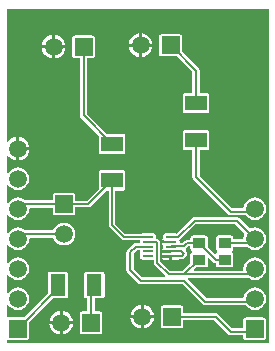
<source format=gtl>
G04 Layer_Physical_Order=1*
G04 Layer_Color=255*
%FSAX43Y43*%
%MOMM*%
G71*
G01*
G75*
%ADD10R,1.050X0.900*%
%ADD11R,1.300X1.850*%
%ADD12R,0.950X0.200*%
%ADD13R,1.850X1.300*%
%ADD14C,0.152*%
%ADD15C,0.203*%
%ADD16R,1.500X1.500*%
%ADD17C,1.500*%
%ADD18R,1.500X1.500*%
G36*
X0063707Y0085641D02*
Y0085441D01*
X0063723Y0085362D01*
X0063736Y0085341D01*
X0063723Y0085320D01*
X0063707Y0085241D01*
Y0085041D01*
X0063723Y0084962D01*
X0063768Y0084895D01*
X0063835Y0084850D01*
X0063914Y0084834D01*
X0064859D01*
Y0084590D01*
X0064859Y0084590D01*
X0064880Y0084481D01*
X0064942Y0084388D01*
X0065834Y0083496D01*
X0065782Y0083369D01*
X0063883D01*
X0063176Y0084076D01*
Y0085379D01*
X0063453Y0085656D01*
X0063694D01*
X0063707Y0085641D01*
D02*
G37*
G36*
X0074593Y0077807D02*
X0052407D01*
Y0077969D01*
X0052449Y0078004D01*
X0052534Y0078048D01*
X0052590Y0078037D01*
X0054090D01*
X0054169Y0078053D01*
X0054236Y0078098D01*
X0054281Y0078165D01*
X0054297Y0078244D01*
Y0079512D01*
X0056330Y0081545D01*
X0057393D01*
X0057472Y0081561D01*
X0057540Y0081605D01*
X0057584Y0081673D01*
X0057600Y0081752D01*
Y0083602D01*
X0057584Y0083681D01*
X0057540Y0083748D01*
X0057472Y0083793D01*
X0057393Y0083809D01*
X0056093D01*
X0056014Y0083793D01*
X0055946Y0083748D01*
X0055902Y0083681D01*
X0055886Y0083602D01*
Y0081979D01*
X0053858Y0079951D01*
X0052590D01*
X0052534Y0079940D01*
X0052449Y0079984D01*
X0052407Y0080019D01*
Y0080976D01*
X0052534Y0081019D01*
X0052660Y0080854D01*
X0052859Y0080701D01*
X0053091Y0080605D01*
X0053340Y0080573D01*
X0053589Y0080605D01*
X0053821Y0080701D01*
X0054020Y0080854D01*
X0054173Y0081053D01*
X0054269Y0081285D01*
X0054301Y0081534D01*
X0054269Y0081783D01*
X0054173Y0082015D01*
X0054020Y0082214D01*
X0053821Y0082367D01*
X0053589Y0082463D01*
X0053340Y0082495D01*
X0053091Y0082463D01*
X0052859Y0082367D01*
X0052660Y0082214D01*
X0052534Y0082049D01*
X0052407Y0082092D01*
Y0083516D01*
X0052534Y0083559D01*
X0052660Y0083394D01*
X0052859Y0083241D01*
X0053091Y0083145D01*
X0053340Y0083113D01*
X0053589Y0083145D01*
X0053821Y0083241D01*
X0054020Y0083394D01*
X0054173Y0083593D01*
X0054269Y0083825D01*
X0054301Y0084074D01*
X0054269Y0084323D01*
X0054173Y0084555D01*
X0054020Y0084754D01*
X0053821Y0084907D01*
X0053589Y0085003D01*
X0053340Y0085035D01*
X0053091Y0085003D01*
X0052859Y0084907D01*
X0052660Y0084754D01*
X0052534Y0084589D01*
X0052407Y0084632D01*
Y0086056D01*
X0052534Y0086099D01*
X0052660Y0085934D01*
X0052859Y0085781D01*
X0053091Y0085685D01*
X0053340Y0085653D01*
X0053589Y0085685D01*
X0053821Y0085781D01*
X0054020Y0085934D01*
X0054173Y0086133D01*
X0054269Y0086365D01*
X0054301Y0086614D01*
X0054363Y0086684D01*
X0056374D01*
X0056444Y0086514D01*
X0056597Y0086315D01*
X0056796Y0086162D01*
X0057028Y0086066D01*
X0057277Y0086034D01*
X0057526Y0086066D01*
X0057758Y0086162D01*
X0057957Y0086315D01*
X0058110Y0086514D01*
X0058206Y0086746D01*
X0058238Y0086995D01*
X0058206Y0087244D01*
X0058110Y0087476D01*
X0057957Y0087675D01*
X0057758Y0087828D01*
X0057526Y0087924D01*
X0057277Y0087956D01*
X0057028Y0087924D01*
X0056796Y0087828D01*
X0056597Y0087675D01*
X0056444Y0087476D01*
X0056374Y0087306D01*
X0054004D01*
X0053821Y0087447D01*
X0053589Y0087543D01*
X0053340Y0087575D01*
X0053091Y0087543D01*
X0052859Y0087447D01*
X0052660Y0087294D01*
X0052534Y0087129D01*
X0052407Y0087172D01*
Y0088596D01*
X0052534Y0088639D01*
X0052660Y0088474D01*
X0052859Y0088321D01*
X0053091Y0088225D01*
X0053340Y0088193D01*
X0053589Y0088225D01*
X0053821Y0088321D01*
X0054020Y0088474D01*
X0054173Y0088673D01*
X0054269Y0088905D01*
X0054301Y0089154D01*
X0054363Y0089224D01*
X0056320D01*
Y0088785D01*
X0056336Y0088706D01*
X0056381Y0088638D01*
X0056448Y0088594D01*
X0056527Y0088578D01*
X0058027D01*
X0058106Y0088594D01*
X0058174Y0088638D01*
X0058218Y0088706D01*
X0058234Y0088785D01*
Y0089250D01*
X0059335D01*
X0059335Y0089250D01*
X0059444Y0089272D01*
X0059536Y0089334D01*
X0060887Y0090684D01*
X0061056D01*
Y0087757D01*
X0061056Y0087757D01*
X0061078Y0087648D01*
X0061140Y0087556D01*
X0062156Y0086540D01*
X0062156Y0086540D01*
X0062248Y0086478D01*
X0062357Y0086456D01*
X0063694D01*
X0063707Y0086441D01*
Y0086241D01*
X0063694Y0086226D01*
X0063335D01*
X0063335Y0086226D01*
X0063226Y0086204D01*
X0063134Y0086142D01*
X0063134Y0086142D01*
X0062750Y0085759D01*
X0062746Y0085758D01*
X0062645Y0085691D01*
X0062578Y0085590D01*
X0062554Y0085471D01*
Y0083947D01*
X0062578Y0083828D01*
X0062645Y0083727D01*
X0063534Y0082838D01*
X0063635Y0082771D01*
X0063754Y0082747D01*
X0067308D01*
X0068995Y0081060D01*
X0069096Y0080993D01*
X0069215Y0080969D01*
X0072638D01*
X0072726Y0080854D01*
X0072925Y0080701D01*
X0073157Y0080605D01*
X0073406Y0080573D01*
X0073655Y0080605D01*
X0073887Y0080701D01*
X0074086Y0080854D01*
X0074239Y0081053D01*
X0074335Y0081285D01*
X0074367Y0081534D01*
X0074335Y0081783D01*
X0074239Y0082015D01*
X0074086Y0082214D01*
X0073887Y0082367D01*
X0073655Y0082463D01*
X0073406Y0082495D01*
X0073157Y0082463D01*
X0072925Y0082367D01*
X0072726Y0082214D01*
X0072573Y0082015D01*
X0072477Y0081783D01*
X0072452Y0081591D01*
X0069344D01*
X0067751Y0083184D01*
X0067803Y0083311D01*
X0072835D01*
X0072925Y0083241D01*
X0073157Y0083145D01*
X0073406Y0083113D01*
X0073655Y0083145D01*
X0073887Y0083241D01*
X0074086Y0083394D01*
X0074239Y0083593D01*
X0074335Y0083825D01*
X0074367Y0084074D01*
X0074335Y0084323D01*
X0074239Y0084555D01*
X0074086Y0084754D01*
X0073887Y0084907D01*
X0073655Y0085003D01*
X0073406Y0085035D01*
X0073157Y0085003D01*
X0072925Y0084907D01*
X0072726Y0084754D01*
X0072573Y0084555D01*
X0072477Y0084323D01*
X0072445Y0084074D01*
X0072457Y0083976D01*
X0072374Y0083880D01*
X0068291D01*
X0068242Y0083998D01*
X0068420Y0084176D01*
X0069232D01*
X0069311Y0084192D01*
X0069379Y0084237D01*
X0069423Y0084304D01*
X0069439Y0084383D01*
Y0084932D01*
X0069557Y0084981D01*
X0069906Y0084632D01*
X0069906Y0084632D01*
X0069998Y0084570D01*
X0070107Y0084548D01*
X0070134Y0084425D01*
Y0084383D01*
X0070150Y0084304D01*
X0070195Y0084237D01*
X0070262Y0084192D01*
X0070341Y0084176D01*
X0071391D01*
X0071470Y0084192D01*
X0071537Y0084237D01*
X0071582Y0084304D01*
X0071598Y0084383D01*
Y0085283D01*
X0071582Y0085362D01*
X0071537Y0085429D01*
X0071484Y0085465D01*
X0071477Y0085533D01*
X0071484Y0085601D01*
X0071537Y0085636D01*
X0071582Y0085704D01*
X0071598Y0085783D01*
Y0085922D01*
X0072742D01*
X0072925Y0085781D01*
X0073157Y0085685D01*
X0073406Y0085653D01*
X0073655Y0085685D01*
X0073887Y0085781D01*
X0074086Y0085934D01*
X0074239Y0086133D01*
X0074335Y0086365D01*
X0074367Y0086614D01*
X0074335Y0086863D01*
X0074239Y0087095D01*
X0074086Y0087294D01*
X0073887Y0087447D01*
X0073655Y0087543D01*
X0073406Y0087575D01*
X0073157Y0087543D01*
X0072987Y0087472D01*
X0072102Y0088358D01*
X0072001Y0088425D01*
X0071882Y0088449D01*
X0068326D01*
X0068207Y0088425D01*
X0068106Y0088358D01*
X0068039Y0088257D01*
X0068038Y0088253D01*
X0066827Y0087042D01*
X0066794Y0087048D01*
X0065844D01*
X0065765Y0087032D01*
X0065698Y0086988D01*
X0065653Y0086920D01*
X0065637Y0086841D01*
Y0086641D01*
X0065645Y0086600D01*
X0065605Y0086540D01*
X0065590Y0086468D01*
X0065737D01*
X0065765Y0086450D01*
X0065844Y0086434D01*
X0066319D01*
Y0086248D01*
X0065844D01*
X0065765Y0086232D01*
X0065737Y0086214D01*
X0065590D01*
X0065605Y0086142D01*
X0065645Y0086082D01*
X0065637Y0086041D01*
Y0085841D01*
X0065645Y0085800D01*
X0065605Y0085740D01*
X0065590Y0085668D01*
X0065737D01*
X0065765Y0085650D01*
X0065844Y0085634D01*
X0066319D01*
Y0085414D01*
X0065590D01*
X0065605Y0085342D01*
X0065605Y0085341D01*
X0065605Y0085340D01*
X0065590Y0085268D01*
X0066319D01*
Y0085141D01*
X0066446D01*
Y0084782D01*
X0066794D01*
X0066893Y0084802D01*
X0066975Y0084856D01*
X0067234D01*
X0067234Y0084856D01*
X0067343Y0084878D01*
X0067435Y0084940D01*
X0067638Y0085143D01*
X0067700Y0085235D01*
X0067722Y0085344D01*
X0067700Y0085453D01*
X0067638Y0085545D01*
X0067596Y0085588D01*
X0067612Y0085751D01*
X0067613Y0085752D01*
X0067809Y0085948D01*
X0067975D01*
Y0085783D01*
X0067991Y0085704D01*
X0068035Y0085636D01*
X0068089Y0085601D01*
X0068096Y0085533D01*
X0068089Y0085465D01*
X0068035Y0085429D01*
X0067991Y0085362D01*
X0067975Y0085283D01*
Y0084536D01*
X0067319Y0083880D01*
X0066255D01*
X0065428Y0084708D01*
Y0086269D01*
X0065428Y0086269D01*
X0065407Y0086378D01*
X0065345Y0086471D01*
X0065345Y0086471D01*
X0065294Y0086522D01*
X0065201Y0086584D01*
X0065092Y0086605D01*
X0065071Y0086729D01*
Y0086841D01*
X0065055Y0086920D01*
X0065010Y0086988D01*
X0064943Y0087032D01*
X0064864Y0087048D01*
X0063914D01*
X0063835Y0087032D01*
X0063825Y0087026D01*
X0062475D01*
X0061626Y0087875D01*
Y0090684D01*
X0062266D01*
X0062345Y0090700D01*
X0062412Y0090744D01*
X0062457Y0090812D01*
X0062473Y0090891D01*
Y0092191D01*
X0062457Y0092270D01*
X0062412Y0092338D01*
X0062345Y0092382D01*
X0062266Y0092398D01*
X0060416D01*
X0060337Y0092382D01*
X0060270Y0092338D01*
X0060225Y0092270D01*
X0060209Y0092191D01*
Y0090891D01*
X0060222Y0090825D01*
X0059217Y0089820D01*
X0058234D01*
Y0090285D01*
X0058218Y0090364D01*
X0058174Y0090432D01*
X0058106Y0090476D01*
X0058027Y0090492D01*
X0056527D01*
X0056448Y0090476D01*
X0056381Y0090432D01*
X0056336Y0090364D01*
X0056320Y0090285D01*
Y0089846D01*
X0054004D01*
X0053821Y0089987D01*
X0053589Y0090083D01*
X0053340Y0090115D01*
X0053091Y0090083D01*
X0052859Y0089987D01*
X0052660Y0089834D01*
X0052534Y0089669D01*
X0052407Y0089712D01*
Y0091136D01*
X0052534Y0091179D01*
X0052660Y0091014D01*
X0052859Y0090861D01*
X0053091Y0090765D01*
X0053340Y0090733D01*
X0053589Y0090765D01*
X0053821Y0090861D01*
X0054020Y0091014D01*
X0054173Y0091213D01*
X0054269Y0091445D01*
X0054301Y0091694D01*
X0054269Y0091943D01*
X0054173Y0092175D01*
X0054020Y0092374D01*
X0053821Y0092527D01*
X0053589Y0092623D01*
X0053340Y0092655D01*
X0053091Y0092623D01*
X0052859Y0092527D01*
X0052660Y0092374D01*
X0052534Y0092209D01*
X0052407Y0092252D01*
Y0093592D01*
X0052534Y0093636D01*
X0052624Y0093518D01*
X0052834Y0093357D01*
X0053078Y0093256D01*
X0053213Y0093238D01*
Y0094234D01*
Y0095230D01*
X0053078Y0095212D01*
X0052834Y0095111D01*
X0052624Y0094950D01*
X0052534Y0094832D01*
X0052407Y0094876D01*
Y0106089D01*
X0074593D01*
Y0077807D01*
D02*
G37*
G36*
X0072548Y0087033D02*
X0072477Y0086863D01*
X0072445Y0086614D01*
X0072383Y0086544D01*
X0071598D01*
Y0086683D01*
X0071582Y0086762D01*
X0071537Y0086829D01*
X0071470Y0086874D01*
X0071391Y0086890D01*
X0070341D01*
X0070262Y0086874D01*
X0070195Y0086829D01*
X0070150Y0086762D01*
X0070134Y0086683D01*
Y0085783D01*
X0070150Y0085704D01*
X0070195Y0085636D01*
X0070248Y0085601D01*
X0070255Y0085533D01*
X0070248Y0085465D01*
X0070195Y0085429D01*
X0070154Y0085369D01*
X0070147Y0085362D01*
X0070014Y0085329D01*
X0069439Y0085904D01*
Y0086683D01*
X0069423Y0086762D01*
X0069379Y0086829D01*
X0069311Y0086874D01*
X0069232Y0086890D01*
X0068182D01*
X0068103Y0086874D01*
X0068035Y0086829D01*
X0067991Y0086762D01*
X0067975Y0086683D01*
Y0086518D01*
X0067691D01*
X0067582Y0086496D01*
X0067490Y0086434D01*
X0067490Y0086434D01*
X0067294Y0086238D01*
X0067055D01*
X0067053Y0086241D01*
Y0086441D01*
X0067045Y0086482D01*
X0067130Y0086540D01*
X0068418Y0087827D01*
X0071753D01*
X0072548Y0087033D01*
D02*
G37*
%LPC*%
G36*
X0063754Y0081006D02*
X0063619Y0080988D01*
X0063375Y0080887D01*
X0063165Y0080726D01*
X0063004Y0080516D01*
X0062903Y0080272D01*
X0062885Y0080137D01*
X0063754D01*
Y0081006D01*
D02*
G37*
G36*
X0057150Y0080498D02*
Y0079629D01*
X0058019D01*
X0058001Y0079764D01*
X0057900Y0080008D01*
X0057739Y0080218D01*
X0057529Y0080379D01*
X0057285Y0080480D01*
X0057150Y0080498D01*
D02*
G37*
G36*
X0066192Y0085014D02*
X0065590D01*
X0065605Y0084942D01*
X0065661Y0084858D01*
X0065745Y0084802D01*
X0065844Y0084782D01*
X0066192D01*
Y0085014D01*
D02*
G37*
G36*
X0064008Y0081006D02*
Y0080137D01*
X0064877D01*
X0064859Y0080272D01*
X0064758Y0080516D01*
X0064597Y0080726D01*
X0064387Y0080887D01*
X0064143Y0080988D01*
X0064008Y0081006D01*
D02*
G37*
G36*
X0058019Y0079375D02*
X0057150D01*
Y0078506D01*
X0057285Y0078524D01*
X0057529Y0078625D01*
X0057739Y0078786D01*
X0057900Y0078996D01*
X0058001Y0079240D01*
X0058019Y0079375D01*
D02*
G37*
G36*
X0056896D02*
X0056027D01*
X0056045Y0079240D01*
X0056146Y0078996D01*
X0056307Y0078786D01*
X0056517Y0078625D01*
X0056761Y0078524D01*
X0056896Y0078506D01*
Y0079375D01*
D02*
G37*
G36*
X0067171Y0080967D02*
X0065671D01*
X0065592Y0080951D01*
X0065524Y0080907D01*
X0065480Y0080839D01*
X0065464Y0080760D01*
Y0079260D01*
X0065480Y0079181D01*
X0065524Y0079114D01*
X0065592Y0079069D01*
X0065671Y0079053D01*
X0067171D01*
X0067250Y0079069D01*
X0067317Y0079114D01*
X0067362Y0079181D01*
X0067378Y0079260D01*
Y0079699D01*
X0069975D01*
X0071154Y0078520D01*
X0071255Y0078453D01*
X0071374Y0078429D01*
X0072449D01*
Y0078244D01*
X0072465Y0078165D01*
X0072509Y0078098D01*
X0072577Y0078053D01*
X0072656Y0078037D01*
X0074156D01*
X0074235Y0078053D01*
X0074302Y0078098D01*
X0074347Y0078165D01*
X0074363Y0078244D01*
Y0079744D01*
X0074347Y0079823D01*
X0074302Y0079891D01*
X0074235Y0079935D01*
X0074156Y0079951D01*
X0072656D01*
X0072577Y0079935D01*
X0072509Y0079891D01*
X0072465Y0079823D01*
X0072449Y0079744D01*
Y0079051D01*
X0071503D01*
X0070324Y0080230D01*
X0070223Y0080297D01*
X0070104Y0080321D01*
X0067378D01*
Y0080760D01*
X0067362Y0080839D01*
X0067317Y0080907D01*
X0067250Y0080951D01*
X0067171Y0080967D01*
D02*
G37*
G36*
X0060493Y0083809D02*
X0059193D01*
X0059114Y0083793D01*
X0059047Y0083748D01*
X0059002Y0083681D01*
X0058986Y0083602D01*
Y0081752D01*
X0059002Y0081673D01*
X0059047Y0081605D01*
X0059114Y0081561D01*
X0059193Y0081545D01*
X0059252D01*
Y0080459D01*
X0058813D01*
X0058734Y0080443D01*
X0058667Y0080398D01*
X0058622Y0080331D01*
X0058606Y0080252D01*
Y0078752D01*
X0058622Y0078673D01*
X0058667Y0078605D01*
X0058734Y0078561D01*
X0058813Y0078545D01*
X0060313D01*
X0060392Y0078561D01*
X0060459Y0078605D01*
X0060504Y0078673D01*
X0060520Y0078752D01*
Y0080252D01*
X0060504Y0080331D01*
X0060459Y0080398D01*
X0060392Y0080443D01*
X0060313Y0080459D01*
X0059874D01*
Y0081545D01*
X0060493D01*
X0060572Y0081561D01*
X0060639Y0081605D01*
X0060684Y0081673D01*
X0060700Y0081752D01*
Y0083602D01*
X0060684Y0083681D01*
X0060639Y0083748D01*
X0060572Y0083793D01*
X0060493Y0083809D01*
D02*
G37*
G36*
X0056896Y0080498D02*
X0056761Y0080480D01*
X0056517Y0080379D01*
X0056307Y0080218D01*
X0056146Y0080008D01*
X0056045Y0079764D01*
X0056027Y0079629D01*
X0056896D01*
Y0080498D01*
D02*
G37*
G36*
X0064877Y0079883D02*
X0064008D01*
Y0079014D01*
X0064143Y0079032D01*
X0064387Y0079133D01*
X0064597Y0079294D01*
X0064758Y0079504D01*
X0064859Y0079748D01*
X0064877Y0079883D01*
D02*
G37*
G36*
X0063754D02*
X0062885D01*
X0062903Y0079748D01*
X0063004Y0079504D01*
X0063165Y0079294D01*
X0063375Y0079133D01*
X0063619Y0079032D01*
X0063754Y0079014D01*
Y0079883D01*
D02*
G37*
G36*
X0056261Y0103866D02*
X0056126Y0103848D01*
X0055882Y0103747D01*
X0055672Y0103586D01*
X0055511Y0103376D01*
X0055410Y0103132D01*
X0055392Y0102997D01*
X0056261D01*
Y0103866D01*
D02*
G37*
G36*
X0064750Y0102870D02*
X0063881D01*
Y0102001D01*
X0064016Y0102019D01*
X0064260Y0102120D01*
X0064470Y0102281D01*
X0064631Y0102491D01*
X0064732Y0102735D01*
X0064750Y0102870D01*
D02*
G37*
G36*
X0063627D02*
X0062758D01*
X0062776Y0102735D01*
X0062877Y0102491D01*
X0063038Y0102281D01*
X0063248Y0102120D01*
X0063492Y0102019D01*
X0063627Y0102001D01*
Y0102870D01*
D02*
G37*
G36*
X0063881Y0103993D02*
Y0103124D01*
X0064750D01*
X0064732Y0103259D01*
X0064631Y0103503D01*
X0064470Y0103713D01*
X0064260Y0103874D01*
X0064016Y0103975D01*
X0063881Y0103993D01*
D02*
G37*
G36*
X0063627D02*
X0063492Y0103975D01*
X0063248Y0103874D01*
X0063038Y0103713D01*
X0062877Y0103503D01*
X0062776Y0103259D01*
X0062758Y0103124D01*
X0063627D01*
Y0103993D01*
D02*
G37*
G36*
X0056515Y0103866D02*
Y0102997D01*
X0057384D01*
X0057366Y0103132D01*
X0057265Y0103376D01*
X0057104Y0103586D01*
X0056894Y0103747D01*
X0056650Y0103848D01*
X0056515Y0103866D01*
D02*
G37*
G36*
X0057384Y0102743D02*
X0056515D01*
Y0101874D01*
X0056650Y0101892D01*
X0056894Y0101993D01*
X0057104Y0102154D01*
X0057265Y0102364D01*
X0057366Y0102608D01*
X0057384Y0102743D01*
D02*
G37*
G36*
X0059678Y0103827D02*
X0058178D01*
X0058099Y0103811D01*
X0058032Y0103767D01*
X0057987Y0103699D01*
X0057971Y0103620D01*
Y0102120D01*
X0057987Y0102041D01*
X0058032Y0101974D01*
X0058099Y0101929D01*
X0058178Y0101913D01*
X0058617D01*
Y0097054D01*
X0058641Y0096935D01*
X0058708Y0096834D01*
X0060216Y0095327D01*
X0060209Y0095291D01*
Y0093991D01*
X0060225Y0093912D01*
X0060270Y0093844D01*
X0060337Y0093800D01*
X0060416Y0093784D01*
X0062266D01*
X0062345Y0093800D01*
X0062412Y0093844D01*
X0062457Y0093912D01*
X0062473Y0093991D01*
Y0095291D01*
X0062457Y0095370D01*
X0062412Y0095438D01*
X0062345Y0095482D01*
X0062266Y0095498D01*
X0060923D01*
X0059239Y0097183D01*
Y0101913D01*
X0059678D01*
X0059757Y0101929D01*
X0059825Y0101974D01*
X0059869Y0102041D01*
X0059885Y0102120D01*
Y0103620D01*
X0059869Y0103699D01*
X0059825Y0103767D01*
X0059757Y0103811D01*
X0059678Y0103827D01*
D02*
G37*
G36*
X0054336Y0094107D02*
X0053467D01*
Y0093238D01*
X0053602Y0093256D01*
X0053846Y0093357D01*
X0054056Y0093518D01*
X0054217Y0093728D01*
X0054318Y0093972D01*
X0054336Y0094107D01*
D02*
G37*
G36*
X0069378Y0095827D02*
X0067528D01*
X0067449Y0095811D01*
X0067382Y0095767D01*
X0067337Y0095699D01*
X0067321Y0095620D01*
Y0094320D01*
X0067337Y0094241D01*
X0067382Y0094174D01*
X0067449Y0094129D01*
X0067528Y0094113D01*
X0068142D01*
Y0091821D01*
X0068166Y0091702D01*
X0068233Y0091601D01*
X0071154Y0088680D01*
X0071255Y0088613D01*
X0071374Y0088589D01*
X0072638D01*
X0072726Y0088474D01*
X0072925Y0088321D01*
X0073157Y0088225D01*
X0073406Y0088193D01*
X0073655Y0088225D01*
X0073887Y0088321D01*
X0074086Y0088474D01*
X0074239Y0088673D01*
X0074335Y0088905D01*
X0074367Y0089154D01*
X0074335Y0089403D01*
X0074239Y0089635D01*
X0074086Y0089834D01*
X0073887Y0089987D01*
X0073655Y0090083D01*
X0073406Y0090115D01*
X0073157Y0090083D01*
X0072925Y0089987D01*
X0072726Y0089834D01*
X0072573Y0089635D01*
X0072477Y0089403D01*
X0072452Y0089211D01*
X0071503D01*
X0068764Y0091950D01*
Y0094113D01*
X0069378D01*
X0069457Y0094129D01*
X0069524Y0094174D01*
X0069569Y0094241D01*
X0069585Y0094320D01*
Y0095620D01*
X0069569Y0095699D01*
X0069524Y0095767D01*
X0069457Y0095811D01*
X0069378Y0095827D01*
D02*
G37*
G36*
X0056261Y0102743D02*
X0055392D01*
X0055410Y0102608D01*
X0055511Y0102364D01*
X0055672Y0102154D01*
X0055882Y0101993D01*
X0056126Y0101892D01*
X0056261Y0101874D01*
Y0102743D01*
D02*
G37*
G36*
X0067044Y0103954D02*
X0065544D01*
X0065465Y0103938D01*
X0065397Y0103894D01*
X0065353Y0103826D01*
X0065337Y0103747D01*
Y0102247D01*
X0065353Y0102168D01*
X0065397Y0102101D01*
X0065465Y0102056D01*
X0065544Y0102040D01*
X0066812D01*
X0068142Y0100709D01*
Y0098927D01*
X0067528D01*
X0067449Y0098911D01*
X0067382Y0098867D01*
X0067337Y0098799D01*
X0067321Y0098720D01*
Y0097420D01*
X0067337Y0097341D01*
X0067382Y0097273D01*
X0067449Y0097229D01*
X0067528Y0097213D01*
X0069378D01*
X0069457Y0097229D01*
X0069524Y0097273D01*
X0069569Y0097341D01*
X0069585Y0097420D01*
Y0098720D01*
X0069569Y0098799D01*
X0069524Y0098867D01*
X0069457Y0098911D01*
X0069378Y0098927D01*
X0068764D01*
Y0100838D01*
X0068740Y0100957D01*
X0068673Y0101058D01*
X0067251Y0102479D01*
Y0103747D01*
X0067235Y0103826D01*
X0067190Y0103894D01*
X0067123Y0103938D01*
X0067044Y0103954D01*
D02*
G37*
G36*
X0053467Y0095230D02*
Y0094361D01*
X0054336D01*
X0054318Y0094496D01*
X0054217Y0094740D01*
X0054056Y0094950D01*
X0053846Y0095111D01*
X0053602Y0095212D01*
X0053467Y0095230D01*
D02*
G37*
%LPD*%
D10*
X0070866Y0086233D02*
D03*
Y0084833D02*
D03*
X0068707D02*
D03*
Y0086233D02*
D03*
D11*
X0056743Y0082677D02*
D03*
X0059843D02*
D03*
D12*
X0064389Y0086741D02*
D03*
Y0086341D02*
D03*
Y0085941D02*
D03*
Y0085541D02*
D03*
Y0085141D02*
D03*
X0066319Y0086741D02*
D03*
Y0086341D02*
D03*
Y0085941D02*
D03*
Y0085541D02*
D03*
Y0085141D02*
D03*
D13*
X0068453Y0094970D02*
D03*
Y0098070D02*
D03*
X0061341Y0091541D02*
D03*
Y0094641D02*
D03*
D14*
X0066319Y0086741D02*
X0066929D01*
X0068326Y0088138D01*
X0066319Y0085941D02*
X0066332Y0085954D01*
X0067412D01*
X0067691Y0086233D01*
X0068707D01*
X0067437Y0083596D02*
X0072928D01*
X0066137D02*
X0067437D01*
X0068674Y0084833D01*
X0068707D01*
Y0086233D02*
X0070107Y0084833D01*
X0070866D01*
X0067234Y0085141D02*
X0067437Y0085344D01*
X0067183Y0085598D02*
X0067437Y0085344D01*
X0066946Y0085598D02*
X0067183D01*
X0066319Y0085141D02*
X0067234D01*
X0072928Y0083596D02*
X0073406Y0084074D01*
X0065143Y0084590D02*
X0066137Y0083596D01*
X0066910Y0085562D02*
X0066946Y0085598D01*
X0066340Y0085562D02*
X0066910D01*
X0061341Y0087757D02*
Y0091541D01*
Y0087757D02*
X0062357Y0086741D01*
X0057277Y0089535D02*
X0059335D01*
X0061341Y0091541D01*
X0062357Y0086741D02*
X0064389D01*
X0065143Y0084590D02*
Y0086269D01*
X0065092Y0086320D02*
X0065143Y0086269D01*
X0064410Y0086320D02*
X0065092D01*
X0064389Y0086341D02*
X0064410Y0086320D01*
X0066319Y0086341D02*
X0066338Y0086360D01*
X0066319Y0085541D02*
X0066340Y0085562D01*
X0062865Y0085471D02*
X0063335Y0085941D01*
X0064389D01*
X0053467Y0078867D02*
Y0078994D01*
D15*
X0073025Y0086233D02*
X0073406Y0086614D01*
X0070866Y0086233D02*
X0073025D01*
X0068326Y0088138D02*
X0071882D01*
X0073406Y0086614D01*
X0062865Y0083947D02*
Y0085471D01*
Y0083947D02*
X0063754Y0083058D01*
X0067437D01*
X0068453Y0091821D02*
Y0094970D01*
Y0098070D02*
Y0100838D01*
X0066294Y0102997D02*
X0068453Y0100838D01*
X0058928Y0097054D02*
X0061341Y0094641D01*
X0058928Y0097054D02*
Y0102870D01*
X0059563Y0079502D02*
X0059843Y0079782D01*
X0067437Y0083058D02*
X0069215Y0081280D01*
X0070104Y0080010D02*
X0071374Y0078740D01*
X0068453Y0091821D02*
X0071374Y0088900D01*
X0059563Y0079502D02*
Y0082397D01*
X0059843Y0082677D01*
X0066421Y0080010D02*
X0070104D01*
X0056743Y0082397D02*
Y0082677D01*
X0053340Y0078994D02*
X0056743Y0082397D01*
X0053721Y0089535D02*
X0057277D01*
X0053340Y0089154D02*
X0053721Y0089535D01*
Y0086995D02*
X0057277D01*
X0053340Y0086614D02*
X0053721Y0086995D01*
X0071374Y0088900D02*
X0073152D01*
X0073406Y0089154D01*
X0069215Y0081280D02*
X0073152D01*
X0073406Y0081534D01*
X0071374Y0078740D02*
X0073152D01*
X0073406Y0078994D01*
D16*
X0057277Y0089535D02*
D03*
X0053340Y0078994D02*
D03*
X0073406D02*
D03*
D17*
X0057277Y0086995D02*
D03*
X0053340Y0094234D02*
D03*
Y0091694D02*
D03*
Y0089154D02*
D03*
Y0086614D02*
D03*
Y0081534D02*
D03*
Y0084074D02*
D03*
X0057023Y0079502D02*
D03*
X0063881Y0080010D02*
D03*
X0063754Y0102997D02*
D03*
X0056388Y0102870D02*
D03*
X0073406Y0089154D02*
D03*
Y0086614D02*
D03*
Y0084074D02*
D03*
Y0081534D02*
D03*
D18*
X0059563Y0079502D02*
D03*
X0066421Y0080010D02*
D03*
X0066294Y0102997D02*
D03*
X0058928Y0102870D02*
D03*
M02*

</source>
